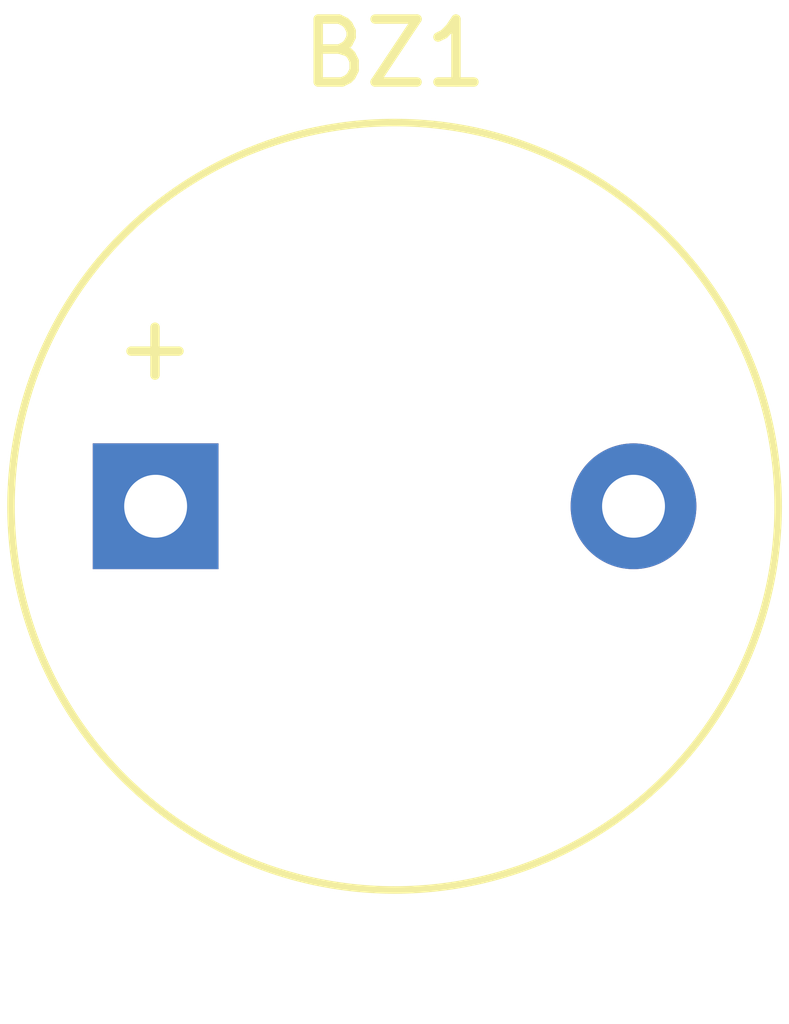
<source format=kicad_pcb>
(kicad_pcb (version 20240108) (generator "pcbnew") (generator_version "8.0")
  (layers (0 "F.Cu" signal) (31 "B.Cu" signal) (34 "B.Paste" user) (35 "F.Paste" user) (36 "B.SilkS" user "B.Silkscreen") (37 "F.SilkS" user "F.Silkscreen") (38 "B.Mask" user) (39 "F.Mask" user) (44 "Edge.Cuts" user))
  (net 0 "")
  (net 1 "GNDREF")
  (net 2 "PIN D")
  (footprint "Buzzer_Beeper:Buzzer_12x9.5RM7.6" (layer "F.Cu") (at 24.4 24)
    (property "Reference" "BZ1" (at 3.8 -7.2 0) (layer "F.SilkS"))
    (property "Value" "Buzzer")
    (fp_circle (center 3.8 0) (end 9.9 0) (stroke (width 0.12)) (fill none) (layer "F.SilkS"))
    (fp_text user "+" (at -0.01 -2.54 0) (layer "F.SilkS"))
    (pad "1" thru_hole rect (at 0 0) (size 2 2) (drill 1) (layers "*.Cu" "*.Mask") (net 2 "PIN D"))
    (pad "2" thru_hole circle (at 7.6 0) (size 2 2) (drill 1) (layers "*.Cu" "*.Mask") (net 1 "GNDREF"))
  )
)
</source>
